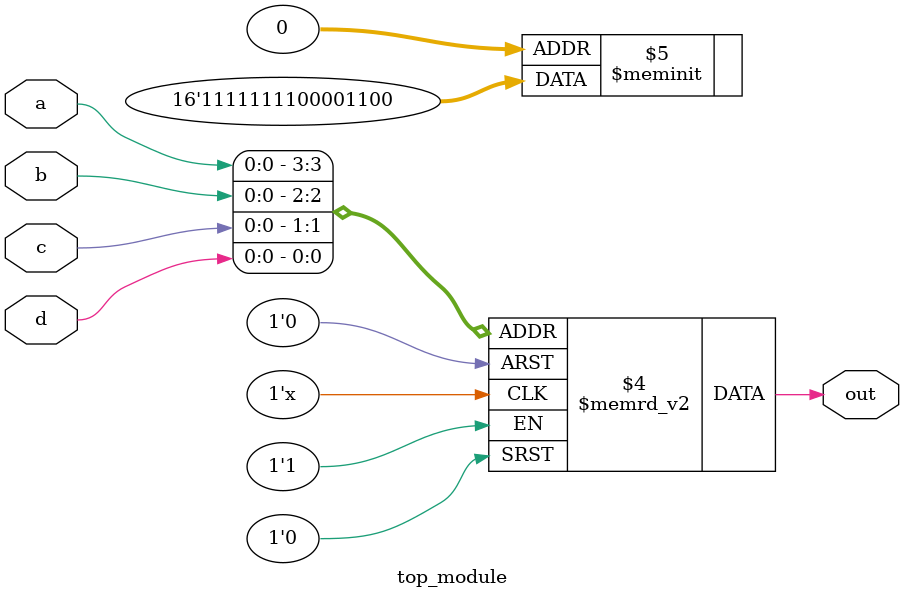
<source format=sv>
module top_module (
    input a, 
    input b,
    input c,
    input d,
    output reg out
);

always @(*)
begin
    case({a,b,c,d})
        4'b0000: out = 1'b0; 
        4'b0001: out = 1'b0; 
        4'b0010: out = 1'b1; 
        4'b0011: out = 1'b1; 
        4'b0100: out = 1'b0;
        4'b0101: out = 1'b0;
        4'b0110: out = 1'b0;
        4'b0111: out = 1'b0;
        4'b1000: out = 1'b1;
        4'b1001: out = 1'b1;
        4'b1010: out = 1'b1;
        4'b1011: out = 1'b1;
        4'b1100: out = 1'b1;
        4'b1101: out = 1'b1;
        4'b1110: out = 1'b1;
        default: out = 1'b1;
    endcase
end

endmodule

</source>
